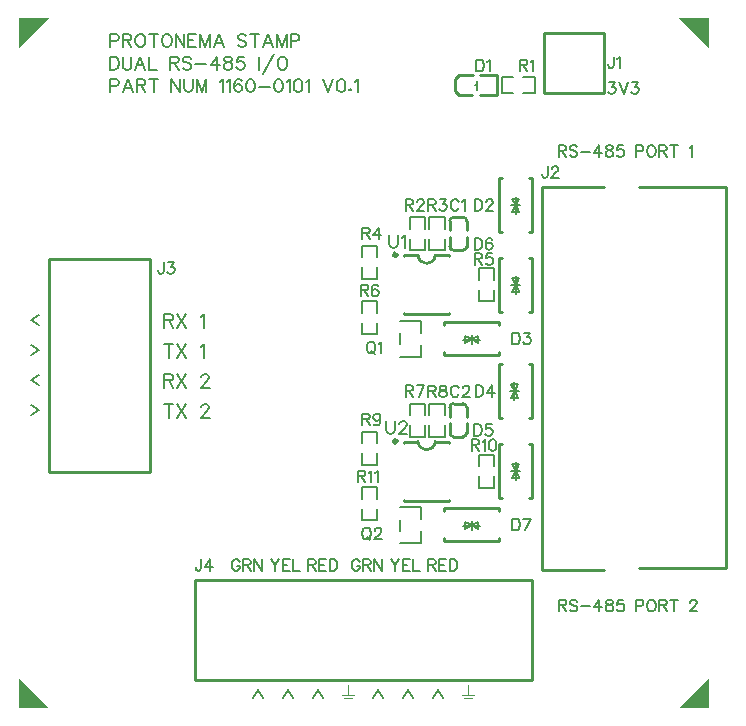
<source format=gto>
G04 Layer: TopSilkscreenLayer*
G04 Panelize: , Column: 2, Row: 2, Board Size: 58.42mm x 58.42mm, Panelized Board Size: 118.84mm x 118.84mm*
G04 EasyEDA v6.5.38, 2023-12-27 02:29:20*
G04 c8bedbd66dd74f4aa7d5f41e6d883f45,5a6b42c53f6a479593ecc07194224c93,10*
G04 Gerber Generator version 0.2*
G04 Scale: 100 percent, Rotated: No, Reflected: No *
G04 Dimensions in millimeters *
G04 leading zeros omitted , absolute positions ,4 integer and 5 decimal *
%FSLAX45Y45*%
%MOMM*%

%ADD10C,0.1524*%
%ADD11C,0.1270*%
%ADD12C,0.2540*%
%ADD13C,0.2030*%
%ADD14C,0.3000*%
%ADD15C,0.0155*%

%LPD*%
G36*
X2789682Y192278D02*
G01*
X2789682Y105156D01*
X2737104Y105156D01*
X2737104Y97028D01*
X2850896Y97028D01*
X2850896Y105156D01*
X2798318Y105156D01*
X2798318Y192278D01*
G37*
G36*
X2756662Y83566D02*
G01*
X2756662Y75438D01*
X2831338Y75438D01*
X2831338Y83566D01*
G37*
G36*
X2774442Y61722D02*
G01*
X2774442Y54102D01*
X2813558Y54102D01*
X2813558Y61722D01*
G37*
G36*
X3805682Y192278D02*
G01*
X3805682Y105156D01*
X3753104Y105156D01*
X3753104Y97028D01*
X3866896Y97028D01*
X3866896Y105156D01*
X3814318Y105156D01*
X3814318Y192278D01*
G37*
G36*
X3772662Y83566D02*
G01*
X3772662Y75438D01*
X3847337Y75438D01*
X3847337Y83566D01*
G37*
G36*
X3790442Y61722D02*
G01*
X3790442Y54102D01*
X3829558Y54102D01*
X3829558Y61722D01*
G37*
D10*
X774700Y5322315D02*
G01*
X774700Y5213350D01*
X774700Y5322315D02*
G01*
X821436Y5322315D01*
X836929Y5317236D01*
X842263Y5311902D01*
X847344Y5301487D01*
X847344Y5285994D01*
X842263Y5275579D01*
X836929Y5270500D01*
X821436Y5265165D01*
X774700Y5265165D01*
X923289Y5322315D02*
G01*
X881634Y5213350D01*
X923289Y5322315D02*
G01*
X964945Y5213350D01*
X897381Y5249671D02*
G01*
X949197Y5249671D01*
X999236Y5322315D02*
G01*
X999236Y5213350D01*
X999236Y5322315D02*
G01*
X1045971Y5322315D01*
X1061465Y5317236D01*
X1066800Y5311902D01*
X1071879Y5301487D01*
X1071879Y5291073D01*
X1066800Y5280660D01*
X1061465Y5275579D01*
X1045971Y5270500D01*
X999236Y5270500D01*
X1035557Y5270500D02*
G01*
X1071879Y5213350D01*
X1142492Y5322315D02*
G01*
X1142492Y5213350D01*
X1106170Y5322315D02*
G01*
X1178813Y5322315D01*
X1293113Y5322315D02*
G01*
X1293113Y5213350D01*
X1293113Y5322315D02*
G01*
X1366012Y5213350D01*
X1366012Y5322315D02*
G01*
X1366012Y5213350D01*
X1400302Y5322315D02*
G01*
X1400302Y5244337D01*
X1405381Y5228844D01*
X1415795Y5218429D01*
X1431289Y5213350D01*
X1441704Y5213350D01*
X1457452Y5218429D01*
X1467865Y5228844D01*
X1472945Y5244337D01*
X1472945Y5322315D01*
X1507236Y5322315D02*
G01*
X1507236Y5213350D01*
X1507236Y5322315D02*
G01*
X1548892Y5213350D01*
X1590294Y5322315D02*
G01*
X1548892Y5213350D01*
X1590294Y5322315D02*
G01*
X1590294Y5213350D01*
X1704594Y5301487D02*
G01*
X1715007Y5306821D01*
X1730755Y5322315D01*
X1730755Y5213350D01*
X1765045Y5301487D02*
G01*
X1775460Y5306821D01*
X1790954Y5322315D01*
X1790954Y5213350D01*
X1887473Y5306821D02*
G01*
X1882394Y5317236D01*
X1866900Y5322315D01*
X1856486Y5322315D01*
X1840737Y5317236D01*
X1830323Y5301487D01*
X1825244Y5275579D01*
X1825244Y5249671D01*
X1830323Y5228844D01*
X1840737Y5218429D01*
X1856486Y5213350D01*
X1861565Y5213350D01*
X1877060Y5218429D01*
X1887473Y5228844D01*
X1892807Y5244337D01*
X1892807Y5249671D01*
X1887473Y5265165D01*
X1877060Y5275579D01*
X1861565Y5280660D01*
X1856486Y5280660D01*
X1840737Y5275579D01*
X1830323Y5265165D01*
X1825244Y5249671D01*
X1958340Y5322315D02*
G01*
X1942591Y5317236D01*
X1932177Y5301487D01*
X1927097Y5275579D01*
X1927097Y5260086D01*
X1932177Y5233923D01*
X1942591Y5218429D01*
X1958340Y5213350D01*
X1968500Y5213350D01*
X1984247Y5218429D01*
X1994661Y5233923D01*
X1999741Y5260086D01*
X1999741Y5275579D01*
X1994661Y5301487D01*
X1984247Y5317236D01*
X1968500Y5322315D01*
X1958340Y5322315D01*
X2034031Y5260086D02*
G01*
X2127504Y5260086D01*
X2193036Y5322315D02*
G01*
X2177541Y5317236D01*
X2167127Y5301487D01*
X2161793Y5275579D01*
X2161793Y5260086D01*
X2167127Y5233923D01*
X2177541Y5218429D01*
X2193036Y5213350D01*
X2203450Y5213350D01*
X2218943Y5218429D01*
X2229358Y5233923D01*
X2234691Y5260086D01*
X2234691Y5275579D01*
X2229358Y5301487D01*
X2218943Y5317236D01*
X2203450Y5322315D01*
X2193036Y5322315D01*
X2268981Y5301487D02*
G01*
X2279395Y5306821D01*
X2294890Y5322315D01*
X2294890Y5213350D01*
X2360422Y5322315D02*
G01*
X2344674Y5317236D01*
X2334259Y5301487D01*
X2329179Y5275579D01*
X2329179Y5260086D01*
X2334259Y5233923D01*
X2344674Y5218429D01*
X2360422Y5213350D01*
X2370836Y5213350D01*
X2386329Y5218429D01*
X2396743Y5233923D01*
X2401824Y5260086D01*
X2401824Y5275579D01*
X2396743Y5301487D01*
X2386329Y5317236D01*
X2370836Y5322315D01*
X2360422Y5322315D01*
X2436113Y5301487D02*
G01*
X2446527Y5306821D01*
X2462275Y5322315D01*
X2462275Y5213350D01*
X2576575Y5322315D02*
G01*
X2617977Y5213350D01*
X2659634Y5322315D02*
G01*
X2617977Y5213350D01*
X2725165Y5322315D02*
G01*
X2709418Y5317236D01*
X2699004Y5301487D01*
X2693924Y5275579D01*
X2693924Y5260086D01*
X2699004Y5233923D01*
X2709418Y5218429D01*
X2725165Y5213350D01*
X2735579Y5213350D01*
X2751074Y5218429D01*
X2761488Y5233923D01*
X2766568Y5260086D01*
X2766568Y5275579D01*
X2761488Y5301487D01*
X2751074Y5317236D01*
X2735579Y5322315D01*
X2725165Y5322315D01*
X2806191Y5239257D02*
G01*
X2800858Y5233923D01*
X2806191Y5228844D01*
X2811272Y5233923D01*
X2806191Y5239257D01*
X2845561Y5301487D02*
G01*
X2855975Y5306821D01*
X2871470Y5322315D01*
X2871470Y5213350D01*
X774700Y5512815D02*
G01*
X774700Y5403850D01*
X774700Y5512815D02*
G01*
X811021Y5512815D01*
X826770Y5507736D01*
X836929Y5497321D01*
X842263Y5486907D01*
X847344Y5471160D01*
X847344Y5445252D01*
X842263Y5429757D01*
X836929Y5419344D01*
X826770Y5408929D01*
X811021Y5403850D01*
X774700Y5403850D01*
X881634Y5512815D02*
G01*
X881634Y5434837D01*
X886968Y5419344D01*
X897381Y5408929D01*
X912876Y5403850D01*
X923289Y5403850D01*
X938784Y5408929D01*
X949197Y5419344D01*
X954531Y5434837D01*
X954531Y5512815D01*
X1030223Y5512815D02*
G01*
X988821Y5403850D01*
X1030223Y5512815D02*
G01*
X1071879Y5403850D01*
X1004315Y5440171D02*
G01*
X1056386Y5440171D01*
X1106170Y5512815D02*
G01*
X1106170Y5403850D01*
X1106170Y5403850D02*
G01*
X1168400Y5403850D01*
X1282700Y5512815D02*
G01*
X1282700Y5403850D01*
X1282700Y5512815D02*
G01*
X1329689Y5512815D01*
X1345184Y5507736D01*
X1350263Y5502402D01*
X1355597Y5491987D01*
X1355597Y5481573D01*
X1350263Y5471160D01*
X1345184Y5466079D01*
X1329689Y5461000D01*
X1282700Y5461000D01*
X1319276Y5461000D02*
G01*
X1355597Y5403850D01*
X1462531Y5497321D02*
G01*
X1452118Y5507736D01*
X1436623Y5512815D01*
X1415795Y5512815D01*
X1400302Y5507736D01*
X1389887Y5497321D01*
X1389887Y5486907D01*
X1394968Y5476494D01*
X1400302Y5471160D01*
X1410715Y5466079D01*
X1441704Y5455665D01*
X1452118Y5450586D01*
X1457452Y5445252D01*
X1462531Y5434837D01*
X1462531Y5419344D01*
X1452118Y5408929D01*
X1436623Y5403850D01*
X1415795Y5403850D01*
X1400302Y5408929D01*
X1389887Y5419344D01*
X1496821Y5450586D02*
G01*
X1590294Y5450586D01*
X1676654Y5512815D02*
G01*
X1624584Y5440171D01*
X1702562Y5440171D01*
X1676654Y5512815D02*
G01*
X1676654Y5403850D01*
X1762760Y5512815D02*
G01*
X1747265Y5507736D01*
X1742186Y5497321D01*
X1742186Y5486907D01*
X1747265Y5476494D01*
X1757679Y5471160D01*
X1778507Y5466079D01*
X1794002Y5461000D01*
X1804415Y5450586D01*
X1809750Y5440171D01*
X1809750Y5424423D01*
X1804415Y5414010D01*
X1799336Y5408929D01*
X1783587Y5403850D01*
X1762760Y5403850D01*
X1747265Y5408929D01*
X1742186Y5414010D01*
X1736852Y5424423D01*
X1736852Y5440171D01*
X1742186Y5450586D01*
X1752600Y5461000D01*
X1768094Y5466079D01*
X1788921Y5471160D01*
X1799336Y5476494D01*
X1804415Y5486907D01*
X1804415Y5497321D01*
X1799336Y5507736D01*
X1783587Y5512815D01*
X1762760Y5512815D01*
X1906270Y5512815D02*
G01*
X1854200Y5512815D01*
X1849120Y5466079D01*
X1854200Y5471160D01*
X1869947Y5476494D01*
X1885442Y5476494D01*
X1901189Y5471160D01*
X1911350Y5461000D01*
X1916684Y5445252D01*
X1916684Y5434837D01*
X1911350Y5419344D01*
X1901189Y5408929D01*
X1885442Y5403850D01*
X1869947Y5403850D01*
X1854200Y5408929D01*
X1849120Y5414010D01*
X1844039Y5424423D01*
X2030984Y5512815D02*
G01*
X2030984Y5403850D01*
X2158745Y5533644D02*
G01*
X2065274Y5367273D01*
X2224277Y5512815D02*
G01*
X2213863Y5507736D01*
X2203450Y5497321D01*
X2198370Y5486907D01*
X2193036Y5471160D01*
X2193036Y5445252D01*
X2198370Y5429757D01*
X2203450Y5419344D01*
X2213863Y5408929D01*
X2224277Y5403850D01*
X2245106Y5403850D01*
X2255520Y5408929D01*
X2265679Y5419344D01*
X2271013Y5429757D01*
X2276093Y5445252D01*
X2276093Y5471160D01*
X2271013Y5486907D01*
X2265679Y5497321D01*
X2255520Y5507736D01*
X2245106Y5512815D01*
X2224277Y5512815D01*
X774700Y5703315D02*
G01*
X774700Y5594350D01*
X774700Y5703315D02*
G01*
X821436Y5703315D01*
X836929Y5698236D01*
X842263Y5692902D01*
X847344Y5682487D01*
X847344Y5666994D01*
X842263Y5656579D01*
X836929Y5651500D01*
X821436Y5646165D01*
X774700Y5646165D01*
X881634Y5703315D02*
G01*
X881634Y5594350D01*
X881634Y5703315D02*
G01*
X928370Y5703315D01*
X944118Y5698236D01*
X949197Y5692902D01*
X954531Y5682487D01*
X954531Y5672073D01*
X949197Y5661660D01*
X944118Y5656579D01*
X928370Y5651500D01*
X881634Y5651500D01*
X918210Y5651500D02*
G01*
X954531Y5594350D01*
X1019810Y5703315D02*
G01*
X1009650Y5698236D01*
X999236Y5687821D01*
X993902Y5677407D01*
X988821Y5661660D01*
X988821Y5635752D01*
X993902Y5620257D01*
X999236Y5609844D01*
X1009650Y5599429D01*
X1019810Y5594350D01*
X1040637Y5594350D01*
X1051052Y5599429D01*
X1061465Y5609844D01*
X1066800Y5620257D01*
X1071879Y5635752D01*
X1071879Y5661660D01*
X1066800Y5677407D01*
X1061465Y5687821D01*
X1051052Y5698236D01*
X1040637Y5703315D01*
X1019810Y5703315D01*
X1142492Y5703315D02*
G01*
X1142492Y5594350D01*
X1106170Y5703315D02*
G01*
X1178813Y5703315D01*
X1244345Y5703315D02*
G01*
X1233931Y5698236D01*
X1223518Y5687821D01*
X1218437Y5677407D01*
X1213104Y5661660D01*
X1213104Y5635752D01*
X1218437Y5620257D01*
X1223518Y5609844D01*
X1233931Y5599429D01*
X1244345Y5594350D01*
X1265173Y5594350D01*
X1275587Y5599429D01*
X1286002Y5609844D01*
X1291081Y5620257D01*
X1296415Y5635752D01*
X1296415Y5661660D01*
X1291081Y5677407D01*
X1286002Y5687821D01*
X1275587Y5698236D01*
X1265173Y5703315D01*
X1244345Y5703315D01*
X1330705Y5703315D02*
G01*
X1330705Y5594350D01*
X1330705Y5703315D02*
G01*
X1403350Y5594350D01*
X1403350Y5703315D02*
G01*
X1403350Y5594350D01*
X1437639Y5703315D02*
G01*
X1437639Y5594350D01*
X1437639Y5703315D02*
G01*
X1505204Y5703315D01*
X1437639Y5651500D02*
G01*
X1479295Y5651500D01*
X1437639Y5594350D02*
G01*
X1505204Y5594350D01*
X1539494Y5703315D02*
G01*
X1539494Y5594350D01*
X1539494Y5703315D02*
G01*
X1581150Y5594350D01*
X1622552Y5703315D02*
G01*
X1581150Y5594350D01*
X1622552Y5703315D02*
G01*
X1622552Y5594350D01*
X1698497Y5703315D02*
G01*
X1656842Y5594350D01*
X1698497Y5703315D02*
G01*
X1739900Y5594350D01*
X1672589Y5630671D02*
G01*
X1724405Y5630671D01*
X1927097Y5687821D02*
G01*
X1916684Y5698236D01*
X1901189Y5703315D01*
X1880362Y5703315D01*
X1864613Y5698236D01*
X1854200Y5687821D01*
X1854200Y5677407D01*
X1859534Y5666994D01*
X1864613Y5661660D01*
X1875028Y5656579D01*
X1906270Y5646165D01*
X1916684Y5641086D01*
X1921763Y5635752D01*
X1927097Y5625337D01*
X1927097Y5609844D01*
X1916684Y5599429D01*
X1901189Y5594350D01*
X1880362Y5594350D01*
X1864613Y5599429D01*
X1854200Y5609844D01*
X1997709Y5703315D02*
G01*
X1997709Y5594350D01*
X1961388Y5703315D02*
G01*
X2034031Y5703315D01*
X2109977Y5703315D02*
G01*
X2068322Y5594350D01*
X2109977Y5703315D02*
G01*
X2151379Y5594350D01*
X2084070Y5630671D02*
G01*
X2135886Y5630671D01*
X2185670Y5703315D02*
G01*
X2185670Y5594350D01*
X2185670Y5703315D02*
G01*
X2227325Y5594350D01*
X2268981Y5703315D02*
G01*
X2227325Y5594350D01*
X2268981Y5703315D02*
G01*
X2268981Y5594350D01*
X2303272Y5703315D02*
G01*
X2303272Y5594350D01*
X2303272Y5703315D02*
G01*
X2350008Y5703315D01*
X2365502Y5698236D01*
X2370836Y5692902D01*
X2375915Y5682487D01*
X2375915Y5666994D01*
X2370836Y5656579D01*
X2365502Y5651500D01*
X2350008Y5646165D01*
X2303272Y5646165D01*
X4571974Y4761336D02*
G01*
X4571974Y4665832D01*
X4571974Y4761336D02*
G01*
X4612868Y4761336D01*
X4626584Y4756764D01*
X4631156Y4752192D01*
X4635728Y4743048D01*
X4635728Y4733904D01*
X4631156Y4725014D01*
X4626584Y4720442D01*
X4612868Y4715870D01*
X4571974Y4715870D01*
X4603724Y4715870D02*
G01*
X4635728Y4665832D01*
X4729200Y4747620D02*
G01*
X4720056Y4756764D01*
X4706594Y4761336D01*
X4688306Y4761336D01*
X4674844Y4756764D01*
X4665700Y4747620D01*
X4665700Y4738476D01*
X4670272Y4729586D01*
X4674844Y4725014D01*
X4683734Y4720442D01*
X4711166Y4711298D01*
X4720056Y4706726D01*
X4724628Y4702154D01*
X4729200Y4693010D01*
X4729200Y4679548D01*
X4720056Y4670404D01*
X4706594Y4665832D01*
X4688306Y4665832D01*
X4674844Y4670404D01*
X4665700Y4679548D01*
X4759172Y4706726D02*
G01*
X4841214Y4706726D01*
X4916652Y4761336D02*
G01*
X4871186Y4697582D01*
X4939258Y4697582D01*
X4916652Y4761336D02*
G01*
X4916652Y4665832D01*
X4992090Y4761336D02*
G01*
X4978374Y4756764D01*
X4973802Y4747620D01*
X4973802Y4738476D01*
X4978374Y4729586D01*
X4987518Y4725014D01*
X5005552Y4720442D01*
X5019268Y4715870D01*
X5028412Y4706726D01*
X5032984Y4697582D01*
X5032984Y4684120D01*
X5028412Y4674976D01*
X5023840Y4670404D01*
X5010124Y4665832D01*
X4992090Y4665832D01*
X4978374Y4670404D01*
X4973802Y4674976D01*
X4969230Y4684120D01*
X4969230Y4697582D01*
X4973802Y4706726D01*
X4982946Y4715870D01*
X4996662Y4720442D01*
X5014696Y4725014D01*
X5023840Y4729586D01*
X5028412Y4738476D01*
X5028412Y4747620D01*
X5023840Y4756764D01*
X5010124Y4761336D01*
X4992090Y4761336D01*
X5117566Y4761336D02*
G01*
X5072100Y4761336D01*
X5067528Y4720442D01*
X5072100Y4725014D01*
X5085562Y4729586D01*
X5099278Y4729586D01*
X5112994Y4725014D01*
X5121884Y4715870D01*
X5126456Y4702154D01*
X5126456Y4693010D01*
X5121884Y4679548D01*
X5112994Y4670404D01*
X5099278Y4665832D01*
X5085562Y4665832D01*
X5072100Y4670404D01*
X5067528Y4674976D01*
X5062956Y4684120D01*
X5226532Y4761336D02*
G01*
X5226532Y4665832D01*
X5226532Y4761336D02*
G01*
X5267426Y4761336D01*
X5281142Y4756764D01*
X5285714Y4752192D01*
X5290286Y4743048D01*
X5290286Y4729586D01*
X5285714Y4720442D01*
X5281142Y4715870D01*
X5267426Y4711298D01*
X5226532Y4711298D01*
X5347436Y4761336D02*
G01*
X5338292Y4756764D01*
X5329148Y4747620D01*
X5324830Y4738476D01*
X5320258Y4725014D01*
X5320258Y4702154D01*
X5324830Y4688438D01*
X5329148Y4679548D01*
X5338292Y4670404D01*
X5347436Y4665832D01*
X5365724Y4665832D01*
X5374614Y4670404D01*
X5383758Y4679548D01*
X5388330Y4688438D01*
X5392902Y4702154D01*
X5392902Y4725014D01*
X5388330Y4738476D01*
X5383758Y4747620D01*
X5374614Y4756764D01*
X5365724Y4761336D01*
X5347436Y4761336D01*
X5422874Y4761336D02*
G01*
X5422874Y4665832D01*
X5422874Y4761336D02*
G01*
X5463768Y4761336D01*
X5477484Y4756764D01*
X5482056Y4752192D01*
X5486628Y4743048D01*
X5486628Y4733904D01*
X5482056Y4725014D01*
X5477484Y4720442D01*
X5463768Y4715870D01*
X5422874Y4715870D01*
X5454624Y4715870D02*
G01*
X5486628Y4665832D01*
X5548350Y4761336D02*
G01*
X5548350Y4665832D01*
X5516600Y4761336D02*
G01*
X5580100Y4761336D01*
X5680176Y4743048D02*
G01*
X5689320Y4747620D01*
X5702782Y4761336D01*
X5702782Y4665832D01*
X2451100Y1256537D02*
G01*
X2451100Y1161034D01*
X2451100Y1256537D02*
G01*
X2491993Y1256537D01*
X2505709Y1251965D01*
X2510281Y1247394D01*
X2514854Y1238504D01*
X2514854Y1229360D01*
X2510281Y1220215D01*
X2505709Y1215644D01*
X2491993Y1211071D01*
X2451100Y1211071D01*
X2482850Y1211071D02*
G01*
X2514854Y1161034D01*
X2544825Y1256537D02*
G01*
X2544825Y1161034D01*
X2544825Y1256537D02*
G01*
X2603754Y1256537D01*
X2544825Y1211071D02*
G01*
X2581147Y1211071D01*
X2544825Y1161034D02*
G01*
X2603754Y1161034D01*
X2633725Y1256537D02*
G01*
X2633725Y1161034D01*
X2633725Y1256537D02*
G01*
X2665729Y1256537D01*
X2679191Y1251965D01*
X2688336Y1243076D01*
X2692908Y1233931D01*
X2697479Y1220215D01*
X2697479Y1197610D01*
X2692908Y1183894D01*
X2688336Y1174750D01*
X2679191Y1165605D01*
X2665729Y1161034D01*
X2633725Y1161034D01*
X2133600Y1256537D02*
G01*
X2169922Y1211071D01*
X2169922Y1161034D01*
X2206243Y1256537D02*
G01*
X2169922Y1211071D01*
X2236215Y1256537D02*
G01*
X2236215Y1161034D01*
X2236215Y1256537D02*
G01*
X2295397Y1256537D01*
X2236215Y1211071D02*
G01*
X2272791Y1211071D01*
X2236215Y1161034D02*
G01*
X2295397Y1161034D01*
X2325370Y1256537D02*
G01*
X2325370Y1161034D01*
X2325370Y1161034D02*
G01*
X2379979Y1161034D01*
X1871471Y1233931D02*
G01*
X1867154Y1243076D01*
X1858010Y1251965D01*
X1848865Y1256537D01*
X1830578Y1256537D01*
X1821687Y1251965D01*
X1812544Y1243076D01*
X1807971Y1233931D01*
X1803400Y1220215D01*
X1803400Y1197610D01*
X1807971Y1183894D01*
X1812544Y1174750D01*
X1821687Y1165605D01*
X1830578Y1161034D01*
X1848865Y1161034D01*
X1858010Y1165605D01*
X1867154Y1174750D01*
X1871471Y1183894D01*
X1871471Y1197610D01*
X1848865Y1197610D02*
G01*
X1871471Y1197610D01*
X1901697Y1256537D02*
G01*
X1901697Y1161034D01*
X1901697Y1256537D02*
G01*
X1942591Y1256537D01*
X1956054Y1251965D01*
X1960625Y1247394D01*
X1965197Y1238504D01*
X1965197Y1229360D01*
X1960625Y1220215D01*
X1956054Y1215644D01*
X1942591Y1211071D01*
X1901697Y1211071D01*
X1933447Y1211071D02*
G01*
X1965197Y1161034D01*
X1995170Y1256537D02*
G01*
X1995170Y1161034D01*
X1995170Y1256537D02*
G01*
X2058924Y1161034D01*
X2058924Y1256537D02*
G01*
X2058924Y1161034D01*
X5000243Y5295137D02*
G01*
X5050281Y5295137D01*
X5022850Y5258815D01*
X5036565Y5258815D01*
X5045709Y5254244D01*
X5050281Y5249671D01*
X5054854Y5236210D01*
X5054854Y5227065D01*
X5050281Y5213350D01*
X5041138Y5204205D01*
X5027422Y5199634D01*
X5013706Y5199634D01*
X5000243Y5204205D01*
X4995672Y5208778D01*
X4991100Y5217921D01*
X5084825Y5295137D02*
G01*
X5121147Y5199634D01*
X5157470Y5295137D02*
G01*
X5121147Y5199634D01*
X5196586Y5295137D02*
G01*
X5246624Y5295137D01*
X5219191Y5258815D01*
X5232908Y5258815D01*
X5242052Y5254244D01*
X5246624Y5249671D01*
X5251195Y5236210D01*
X5251195Y5227065D01*
X5246624Y5213350D01*
X5237479Y5204205D01*
X5223763Y5199634D01*
X5210302Y5199634D01*
X5196586Y5204205D01*
X5192013Y5208778D01*
X5187441Y5217921D01*
X5036565Y5511037D02*
G01*
X5036565Y5438394D01*
X5031993Y5424678D01*
X5027422Y5420105D01*
X5018277Y5415534D01*
X5009388Y5415534D01*
X5000243Y5420105D01*
X4995672Y5424678D01*
X4991100Y5438394D01*
X4991100Y5447537D01*
X5066538Y5493004D02*
G01*
X5075681Y5497576D01*
X5089397Y5511037D01*
X5089397Y5415534D01*
X1231900Y3334257D02*
G01*
X1231900Y3219704D01*
X1231900Y3334257D02*
G01*
X1280921Y3334257D01*
X1297431Y3328670D01*
X1302765Y3323336D01*
X1308354Y3312413D01*
X1308354Y3301492D01*
X1302765Y3290570D01*
X1297431Y3284981D01*
X1280921Y3279647D01*
X1231900Y3279647D01*
X1270000Y3279647D02*
G01*
X1308354Y3219704D01*
X1344168Y3334257D02*
G01*
X1420621Y3219704D01*
X1420621Y3334257D02*
G01*
X1344168Y3219704D01*
X1540510Y3312413D02*
G01*
X1551431Y3317747D01*
X1567942Y3334257D01*
X1567942Y3219704D01*
X1226565Y3771137D02*
G01*
X1226565Y3698494D01*
X1221994Y3684778D01*
X1217421Y3680205D01*
X1208278Y3675634D01*
X1199387Y3675634D01*
X1190244Y3680205D01*
X1185671Y3684778D01*
X1181100Y3698494D01*
X1181100Y3707637D01*
X1265681Y3771137D02*
G01*
X1315720Y3771137D01*
X1288287Y3734815D01*
X1302004Y3734815D01*
X1311147Y3730244D01*
X1315720Y3725671D01*
X1320292Y3712210D01*
X1320292Y3703065D01*
X1315720Y3689350D01*
X1306576Y3680205D01*
X1292860Y3675634D01*
X1279397Y3675634D01*
X1265681Y3680205D01*
X1261110Y3684778D01*
X1256537Y3693921D01*
X101600Y2563368D02*
G01*
X174244Y2522473D01*
X101600Y2481326D01*
X174244Y3325368D02*
G01*
X101600Y3284473D01*
X174244Y3243326D01*
X1270000Y3080257D02*
G01*
X1270000Y2965704D01*
X1231900Y3080257D02*
G01*
X1308354Y3080257D01*
X1344168Y3080257D02*
G01*
X1420621Y2965704D01*
X1420621Y3080257D02*
G01*
X1344168Y2965704D01*
X1540510Y3058413D02*
G01*
X1551431Y3063747D01*
X1567942Y3080257D01*
X1567942Y2965704D01*
X1231900Y2826257D02*
G01*
X1231900Y2711704D01*
X1231900Y2826257D02*
G01*
X1280921Y2826257D01*
X1297431Y2820670D01*
X1302765Y2815336D01*
X1308354Y2804413D01*
X1308354Y2793492D01*
X1302765Y2782570D01*
X1297431Y2776981D01*
X1280921Y2771647D01*
X1231900Y2771647D01*
X1270000Y2771647D02*
G01*
X1308354Y2711704D01*
X1344168Y2826257D02*
G01*
X1420621Y2711704D01*
X1420621Y2826257D02*
G01*
X1344168Y2711704D01*
X1546097Y2798826D02*
G01*
X1546097Y2804413D01*
X1551431Y2815336D01*
X1557020Y2820670D01*
X1567942Y2826257D01*
X1589786Y2826257D01*
X1600707Y2820670D01*
X1606042Y2815336D01*
X1611629Y2804413D01*
X1611629Y2793492D01*
X1606042Y2782570D01*
X1595120Y2766313D01*
X1540510Y2711704D01*
X1616963Y2711704D01*
X1270000Y2572257D02*
G01*
X1270000Y2457704D01*
X1231900Y2572257D02*
G01*
X1308354Y2572257D01*
X1344168Y2572257D02*
G01*
X1420621Y2457704D01*
X1420621Y2572257D02*
G01*
X1344168Y2457704D01*
X1546097Y2544826D02*
G01*
X1546097Y2550413D01*
X1551431Y2561336D01*
X1557020Y2566670D01*
X1567942Y2572257D01*
X1589786Y2572257D01*
X1600707Y2566670D01*
X1606042Y2561336D01*
X1611629Y2550413D01*
X1611629Y2539492D01*
X1606042Y2528570D01*
X1595120Y2512313D01*
X1540510Y2457704D01*
X1616963Y2457704D01*
X174244Y2817368D02*
G01*
X101600Y2776473D01*
X174244Y2735326D01*
X101600Y3071368D02*
G01*
X174244Y3030473D01*
X101600Y2989326D01*
X4572000Y913107D02*
G01*
X4572000Y817603D01*
X4572000Y913107D02*
G01*
X4612893Y913107D01*
X4626609Y908535D01*
X4631181Y903963D01*
X4635754Y895073D01*
X4635754Y885929D01*
X4631181Y876785D01*
X4626609Y872213D01*
X4612893Y867641D01*
X4572000Y867641D01*
X4603750Y867641D02*
G01*
X4635754Y817603D01*
X4729225Y899645D02*
G01*
X4720081Y908535D01*
X4706620Y913107D01*
X4688331Y913107D01*
X4674615Y908535D01*
X4665725Y899645D01*
X4665725Y890501D01*
X4670297Y881357D01*
X4674615Y876785D01*
X4683759Y872213D01*
X4711191Y863069D01*
X4720081Y858751D01*
X4724654Y854179D01*
X4729225Y845035D01*
X4729225Y831319D01*
X4720081Y822175D01*
X4706620Y817603D01*
X4688331Y817603D01*
X4674615Y822175D01*
X4665725Y831319D01*
X4759197Y858751D02*
G01*
X4840986Y858751D01*
X4916424Y913107D02*
G01*
X4871211Y849607D01*
X4939284Y849607D01*
X4916424Y913107D02*
G01*
X4916424Y817603D01*
X4992115Y913107D02*
G01*
X4978400Y908535D01*
X4973827Y899645D01*
X4973827Y890501D01*
X4978400Y881357D01*
X4987543Y876785D01*
X5005577Y872213D01*
X5019293Y867641D01*
X5028438Y858751D01*
X5033009Y849607D01*
X5033009Y835891D01*
X5028438Y826747D01*
X5023865Y822175D01*
X5010150Y817603D01*
X4992115Y817603D01*
X4978400Y822175D01*
X4973827Y826747D01*
X4969256Y835891D01*
X4969256Y849607D01*
X4973827Y858751D01*
X4982972Y867641D01*
X4996434Y872213D01*
X5014722Y876785D01*
X5023865Y881357D01*
X5028438Y890501D01*
X5028438Y899645D01*
X5023865Y908535D01*
X5010150Y913107D01*
X4992115Y913107D01*
X5117338Y913107D02*
G01*
X5072125Y913107D01*
X5067554Y872213D01*
X5072125Y876785D01*
X5085588Y881357D01*
X5099304Y881357D01*
X5113020Y876785D01*
X5121909Y867641D01*
X5126481Y854179D01*
X5126481Y845035D01*
X5121909Y831319D01*
X5113020Y822175D01*
X5099304Y817603D01*
X5085588Y817603D01*
X5072125Y822175D01*
X5067554Y826747D01*
X5062981Y835891D01*
X5226558Y913107D02*
G01*
X5226558Y817603D01*
X5226558Y913107D02*
G01*
X5267452Y913107D01*
X5281168Y908535D01*
X5285740Y903963D01*
X5290058Y895073D01*
X5290058Y881357D01*
X5285740Y872213D01*
X5281168Y867641D01*
X5267452Y863069D01*
X5226558Y863069D01*
X5347461Y913107D02*
G01*
X5338318Y908535D01*
X5329174Y899645D01*
X5324602Y890501D01*
X5320284Y876785D01*
X5320284Y854179D01*
X5324602Y840463D01*
X5329174Y831319D01*
X5338318Y822175D01*
X5347461Y817603D01*
X5365750Y817603D01*
X5374640Y822175D01*
X5383784Y831319D01*
X5388356Y840463D01*
X5392927Y854179D01*
X5392927Y876785D01*
X5388356Y890501D01*
X5383784Y899645D01*
X5374640Y908535D01*
X5365750Y913107D01*
X5347461Y913107D01*
X5422900Y913107D02*
G01*
X5422900Y817603D01*
X5422900Y913107D02*
G01*
X5463793Y913107D01*
X5477509Y908535D01*
X5482081Y903963D01*
X5486654Y895073D01*
X5486654Y885929D01*
X5482081Y876785D01*
X5477509Y872213D01*
X5463793Y867641D01*
X5422900Y867641D01*
X5454650Y867641D02*
G01*
X5486654Y817603D01*
X5548375Y913107D02*
G01*
X5548375Y817603D01*
X5516625Y913107D02*
G01*
X5580125Y913107D01*
X5684774Y890501D02*
G01*
X5684774Y895073D01*
X5689345Y903963D01*
X5693918Y908535D01*
X5702808Y913107D01*
X5721095Y913107D01*
X5730240Y908535D01*
X5734811Y903963D01*
X5739384Y895073D01*
X5739384Y885929D01*
X5734811Y876785D01*
X5725668Y863069D01*
X5680202Y817603D01*
X5743702Y817603D01*
X3592575Y79755D02*
G01*
X3551681Y152400D01*
X3510534Y79755D01*
X3338575Y79755D02*
G01*
X3297681Y152400D01*
X3256534Y79755D01*
X3084575Y79755D02*
G01*
X3043681Y152400D01*
X3002534Y79755D01*
X2576575Y79755D02*
G01*
X2535681Y152400D01*
X2494534Y79755D01*
X2322575Y79755D02*
G01*
X2281681Y152400D01*
X2240534Y79755D01*
X1544065Y1256537D02*
G01*
X1544065Y1183894D01*
X1539494Y1170178D01*
X1534921Y1165605D01*
X1525778Y1161034D01*
X1516887Y1161034D01*
X1507744Y1165605D01*
X1503171Y1170178D01*
X1498600Y1183894D01*
X1498600Y1193037D01*
X1619504Y1256537D02*
G01*
X1574037Y1193037D01*
X1642110Y1193037D01*
X1619504Y1256537D02*
G01*
X1619504Y1161034D01*
X2068575Y79755D02*
G01*
X2027681Y152400D01*
X1986534Y79755D01*
X3149600Y1256537D02*
G01*
X3185922Y1211071D01*
X3185922Y1161034D01*
X3222243Y1256537D02*
G01*
X3185922Y1211071D01*
X3252215Y1256537D02*
G01*
X3252215Y1161034D01*
X3252215Y1256537D02*
G01*
X3311397Y1256537D01*
X3252215Y1211071D02*
G01*
X3288791Y1211071D01*
X3252215Y1161034D02*
G01*
X3311397Y1161034D01*
X3341370Y1256537D02*
G01*
X3341370Y1161034D01*
X3341370Y1161034D02*
G01*
X3395979Y1161034D01*
X2887472Y1233931D02*
G01*
X2883154Y1243076D01*
X2874009Y1251965D01*
X2864865Y1256537D01*
X2846577Y1256537D01*
X2837688Y1251965D01*
X2828543Y1243076D01*
X2823972Y1233931D01*
X2819400Y1220215D01*
X2819400Y1197610D01*
X2823972Y1183894D01*
X2828543Y1174750D01*
X2837688Y1165605D01*
X2846577Y1161034D01*
X2864865Y1161034D01*
X2874009Y1165605D01*
X2883154Y1174750D01*
X2887472Y1183894D01*
X2887472Y1197610D01*
X2864865Y1197610D02*
G01*
X2887472Y1197610D01*
X2917697Y1256537D02*
G01*
X2917697Y1161034D01*
X2917697Y1256537D02*
G01*
X2958591Y1256537D01*
X2972054Y1251965D01*
X2976625Y1247394D01*
X2981197Y1238504D01*
X2981197Y1229360D01*
X2976625Y1220215D01*
X2972054Y1215644D01*
X2958591Y1211071D01*
X2917697Y1211071D01*
X2949447Y1211071D02*
G01*
X2981197Y1161034D01*
X3011170Y1256537D02*
G01*
X3011170Y1161034D01*
X3011170Y1256537D02*
G01*
X3074924Y1161034D01*
X3074924Y1256537D02*
G01*
X3074924Y1161034D01*
X3467100Y1256537D02*
G01*
X3467100Y1161034D01*
X3467100Y1256537D02*
G01*
X3507993Y1256537D01*
X3521709Y1251965D01*
X3526281Y1247394D01*
X3530854Y1238504D01*
X3530854Y1229360D01*
X3526281Y1220215D01*
X3521709Y1215644D01*
X3507993Y1211071D01*
X3467100Y1211071D01*
X3498850Y1211071D02*
G01*
X3530854Y1161034D01*
X3560825Y1256537D02*
G01*
X3560825Y1161034D01*
X3560825Y1256537D02*
G01*
X3619754Y1256537D01*
X3560825Y1211071D02*
G01*
X3597147Y1211071D01*
X3560825Y1161034D02*
G01*
X3619754Y1161034D01*
X3649725Y1256537D02*
G01*
X3649725Y1161034D01*
X3649725Y1256537D02*
G01*
X3681729Y1256537D01*
X3695191Y1251965D01*
X3704336Y1243076D01*
X3708908Y1233931D01*
X3713479Y1220215D01*
X3713479Y1197610D01*
X3708908Y1183894D01*
X3704336Y1174750D01*
X3695191Y1165605D01*
X3681729Y1161034D01*
X3649725Y1161034D01*
X3467100Y4304537D02*
G01*
X3467100Y4209034D01*
X3467100Y4304537D02*
G01*
X3507993Y4304537D01*
X3521709Y4299965D01*
X3526281Y4295394D01*
X3530854Y4286504D01*
X3530854Y4277360D01*
X3526281Y4268215D01*
X3521709Y4263644D01*
X3507993Y4259071D01*
X3467100Y4259071D01*
X3498850Y4259071D02*
G01*
X3530854Y4209034D01*
X3569715Y4304537D02*
G01*
X3619754Y4304537D01*
X3592575Y4268215D01*
X3606291Y4268215D01*
X3615181Y4263644D01*
X3619754Y4259071D01*
X3624325Y4245610D01*
X3624325Y4236465D01*
X3619754Y4222750D01*
X3610609Y4213605D01*
X3597147Y4209034D01*
X3583431Y4209034D01*
X3569715Y4213605D01*
X3565397Y4218178D01*
X3560825Y4227321D01*
X3276600Y4304537D02*
G01*
X3276600Y4209034D01*
X3276600Y4304537D02*
G01*
X3317493Y4304537D01*
X3331209Y4299965D01*
X3335781Y4295394D01*
X3340354Y4286504D01*
X3340354Y4277360D01*
X3335781Y4268215D01*
X3331209Y4263644D01*
X3317493Y4259071D01*
X3276600Y4259071D01*
X3308350Y4259071D02*
G01*
X3340354Y4209034D01*
X3374897Y4281931D02*
G01*
X3374897Y4286504D01*
X3379215Y4295394D01*
X3383788Y4299965D01*
X3392931Y4304537D01*
X3411220Y4304537D01*
X3420109Y4299965D01*
X3424681Y4295394D01*
X3429254Y4286504D01*
X3429254Y4277360D01*
X3424681Y4268215D01*
X3415791Y4254500D01*
X3370325Y4209034D01*
X3433825Y4209034D01*
X3856990Y2399537D02*
G01*
X3856990Y2304034D01*
X3856990Y2399537D02*
G01*
X3888740Y2399537D01*
X3902456Y2394965D01*
X3911600Y2386076D01*
X3916172Y2376931D01*
X3920743Y2363215D01*
X3920743Y2340610D01*
X3916172Y2326894D01*
X3911600Y2317750D01*
X3902456Y2308605D01*
X3888740Y2304034D01*
X3856990Y2304034D01*
X4005072Y2399537D02*
G01*
X3959606Y2399537D01*
X3955288Y2358644D01*
X3959606Y2363215D01*
X3973322Y2367787D01*
X3987038Y2367787D01*
X4000500Y2363215D01*
X4009643Y2354071D01*
X4014215Y2340610D01*
X4014215Y2331465D01*
X4009643Y2317750D01*
X4000500Y2308605D01*
X3987038Y2304034D01*
X3973322Y2304034D01*
X3959606Y2308605D01*
X3955288Y2313178D01*
X3950715Y2322321D01*
X3869690Y2729737D02*
G01*
X3869690Y2634234D01*
X3869690Y2729737D02*
G01*
X3901440Y2729737D01*
X3915156Y2725165D01*
X3924300Y2716276D01*
X3928872Y2707131D01*
X3933443Y2693415D01*
X3933443Y2670810D01*
X3928872Y2657094D01*
X3924300Y2647950D01*
X3915156Y2638805D01*
X3901440Y2634234D01*
X3869690Y2634234D01*
X4008881Y2729737D02*
G01*
X3963415Y2666237D01*
X4031488Y2666237D01*
X4008881Y2729737D02*
G01*
X4008881Y2634234D01*
X4178300Y3174237D02*
G01*
X4178300Y3078734D01*
X4178300Y3174237D02*
G01*
X4210050Y3174237D01*
X4223765Y3169665D01*
X4232909Y3160776D01*
X4237481Y3151631D01*
X4242054Y3137915D01*
X4242054Y3115310D01*
X4237481Y3101594D01*
X4232909Y3092450D01*
X4223765Y3083305D01*
X4210050Y3078734D01*
X4178300Y3078734D01*
X4280915Y3174237D02*
G01*
X4330954Y3174237D01*
X4303775Y3137915D01*
X4317491Y3137915D01*
X4326381Y3133344D01*
X4330954Y3128771D01*
X4335525Y3115310D01*
X4335525Y3106165D01*
X4330954Y3092450D01*
X4321809Y3083305D01*
X4308347Y3078734D01*
X4294631Y3078734D01*
X4280915Y3083305D01*
X4276597Y3087878D01*
X4272025Y3097021D01*
X3860800Y4304073D02*
G01*
X3860800Y4208569D01*
X3860800Y4304073D02*
G01*
X3892550Y4304073D01*
X3906265Y4299501D01*
X3915409Y4290357D01*
X3919981Y4281467D01*
X3924554Y4267751D01*
X3924554Y4244891D01*
X3919981Y4231429D01*
X3915409Y4222285D01*
X3906265Y4213141D01*
X3892550Y4208569D01*
X3860800Y4208569D01*
X3959097Y4281467D02*
G01*
X3959097Y4285785D01*
X3963415Y4294929D01*
X3967988Y4299501D01*
X3977131Y4304073D01*
X3995420Y4304073D01*
X4004309Y4299501D01*
X4008881Y4294929D01*
X4013454Y4285785D01*
X4013454Y4276895D01*
X4008881Y4267751D01*
X3999991Y4254035D01*
X3954525Y4208569D01*
X4018025Y4208569D01*
X3860800Y3974404D02*
G01*
X3860800Y3878900D01*
X3860800Y3974404D02*
G01*
X3892550Y3974404D01*
X3906265Y3969832D01*
X3915409Y3960688D01*
X3919981Y3951798D01*
X3924554Y3938082D01*
X3924554Y3915222D01*
X3919981Y3901760D01*
X3915409Y3892616D01*
X3906265Y3883472D01*
X3892550Y3878900D01*
X3860800Y3878900D01*
X4008881Y3960688D02*
G01*
X4004309Y3969832D01*
X3990847Y3974404D01*
X3981704Y3974404D01*
X3967988Y3969832D01*
X3959097Y3956116D01*
X3954525Y3933510D01*
X3954525Y3910650D01*
X3959097Y3892616D01*
X3967988Y3883472D01*
X3981704Y3878900D01*
X3986275Y3878900D01*
X3999991Y3883472D01*
X4008881Y3892616D01*
X4013454Y3906332D01*
X4013454Y3910650D01*
X4008881Y3924366D01*
X3999991Y3933510D01*
X3986275Y3938082D01*
X3981704Y3938082D01*
X3967988Y3933510D01*
X3959097Y3924366D01*
X3954525Y3910650D01*
X3136900Y4001515D02*
G01*
X3136900Y3923537D01*
X3141979Y3908044D01*
X3152393Y3897629D01*
X3168141Y3892550D01*
X3178556Y3892550D01*
X3194050Y3897629D01*
X3204463Y3908044D01*
X3209543Y3923537D01*
X3209543Y4001515D01*
X3243834Y3980687D02*
G01*
X3254247Y3986021D01*
X3269995Y4001515D01*
X3269995Y3892550D01*
X4477765Y4583915D02*
G01*
X4477765Y4511271D01*
X4473193Y4497555D01*
X4468622Y4492983D01*
X4459477Y4488665D01*
X4450588Y4488665D01*
X4441443Y4492983D01*
X4436872Y4497555D01*
X4432300Y4511271D01*
X4432300Y4520415D01*
X4512309Y4561309D02*
G01*
X4512309Y4565881D01*
X4516881Y4575025D01*
X4521454Y4579343D01*
X4530597Y4583915D01*
X4548631Y4583915D01*
X4557775Y4579343D01*
X4562347Y4575025D01*
X4566920Y4565881D01*
X4566920Y4556737D01*
X4562347Y4547593D01*
X4553204Y4534131D01*
X4507738Y4488665D01*
X4571491Y4488665D01*
X4178300Y1599504D02*
G01*
X4178300Y1504000D01*
X4178300Y1599504D02*
G01*
X4210050Y1599504D01*
X4223765Y1594932D01*
X4232909Y1585788D01*
X4237481Y1576898D01*
X4242054Y1563182D01*
X4242054Y1540322D01*
X4237481Y1526860D01*
X4232909Y1517716D01*
X4223765Y1508572D01*
X4210050Y1504000D01*
X4178300Y1504000D01*
X4335525Y1599504D02*
G01*
X4290059Y1504000D01*
X4272025Y1599504D02*
G01*
X4335525Y1599504D01*
X3111601Y2426715D02*
G01*
X3111601Y2348737D01*
X3116681Y2333244D01*
X3127095Y2322829D01*
X3142589Y2317750D01*
X3153003Y2317750D01*
X3168751Y2322829D01*
X3179165Y2333244D01*
X3184245Y2348737D01*
X3184245Y2426715D01*
X3223615Y2400807D02*
G01*
X3223615Y2405887D01*
X3228949Y2416302D01*
X3234029Y2421636D01*
X3244443Y2426715D01*
X3265271Y2426715D01*
X3275685Y2421636D01*
X3280765Y2416302D01*
X3286099Y2405887D01*
X3286099Y2395473D01*
X3280765Y2385060D01*
X3270605Y2369565D01*
X3218535Y2317750D01*
X3291179Y2317750D01*
X2908300Y2488437D02*
G01*
X2908300Y2392934D01*
X2908300Y2488437D02*
G01*
X2949193Y2488437D01*
X2962909Y2483865D01*
X2967481Y2479294D01*
X2972054Y2470404D01*
X2972054Y2461260D01*
X2967481Y2452115D01*
X2962909Y2447544D01*
X2949193Y2442971D01*
X2908300Y2442971D01*
X2940050Y2442971D02*
G01*
X2972054Y2392934D01*
X3060954Y2456687D02*
G01*
X3056381Y2442971D01*
X3047491Y2434081D01*
X3033775Y2429510D01*
X3029204Y2429510D01*
X3015488Y2434081D01*
X3006597Y2442971D01*
X3002025Y2456687D01*
X3002025Y2461260D01*
X3006597Y2474976D01*
X3015488Y2483865D01*
X3029204Y2488437D01*
X3033775Y2488437D01*
X3047491Y2483865D01*
X3056381Y2474976D01*
X3060954Y2456687D01*
X3060954Y2434081D01*
X3056381Y2411221D01*
X3047491Y2397505D01*
X3033775Y2392934D01*
X3024631Y2392934D01*
X3010915Y2397505D01*
X3006597Y2406650D01*
X2870200Y2005967D02*
G01*
X2870200Y1910463D01*
X2870200Y2005967D02*
G01*
X2911093Y2005967D01*
X2924809Y2001395D01*
X2929381Y1996823D01*
X2933954Y1987679D01*
X2933954Y1978535D01*
X2929381Y1969645D01*
X2924809Y1965073D01*
X2911093Y1960501D01*
X2870200Y1960501D01*
X2901950Y1960501D02*
G01*
X2933954Y1910463D01*
X2963925Y1987679D02*
G01*
X2972815Y1992251D01*
X2986531Y2005967D01*
X2986531Y1910463D01*
X3016504Y1987679D02*
G01*
X3025647Y1992251D01*
X3039363Y2005967D01*
X3039363Y1910463D01*
X2895600Y3580615D02*
G01*
X2895600Y3485365D01*
X2895600Y3580615D02*
G01*
X2936493Y3580615D01*
X2950209Y3576043D01*
X2954781Y3571725D01*
X2959354Y3562581D01*
X2959354Y3553437D01*
X2954781Y3544293D01*
X2950209Y3539721D01*
X2936493Y3535149D01*
X2895600Y3535149D01*
X2927350Y3535149D02*
G01*
X2959354Y3485365D01*
X3043681Y3567153D02*
G01*
X3039109Y3576043D01*
X3025647Y3580615D01*
X3016504Y3580615D01*
X3002788Y3576043D01*
X2993897Y3562581D01*
X2989325Y3539721D01*
X2989325Y3517115D01*
X2993897Y3498827D01*
X3002788Y3489683D01*
X3016504Y3485365D01*
X3021075Y3485365D01*
X3034791Y3489683D01*
X3043681Y3498827D01*
X3048254Y3512543D01*
X3048254Y3517115D01*
X3043681Y3530831D01*
X3034791Y3539721D01*
X3021075Y3544293D01*
X3016504Y3544293D01*
X3002788Y3539721D01*
X2993897Y3530831D01*
X2989325Y3517115D01*
X2908300Y4063237D02*
G01*
X2908300Y3967734D01*
X2908300Y4063237D02*
G01*
X2949193Y4063237D01*
X2962909Y4058665D01*
X2967481Y4054094D01*
X2972054Y4045204D01*
X2972054Y4036060D01*
X2967481Y4026915D01*
X2962909Y4022344D01*
X2949193Y4017771D01*
X2908300Y4017771D01*
X2940050Y4017771D02*
G01*
X2972054Y3967734D01*
X3047491Y4063237D02*
G01*
X3002025Y3999737D01*
X3070097Y3999737D01*
X3047491Y4063237D02*
G01*
X3047491Y3967734D01*
X3467100Y2726689D02*
G01*
X3467100Y2631186D01*
X3467100Y2726689D02*
G01*
X3507993Y2726689D01*
X3521709Y2722118D01*
X3526281Y2717545D01*
X3530854Y2708402D01*
X3530854Y2699257D01*
X3526281Y2690368D01*
X3521709Y2685795D01*
X3507993Y2681223D01*
X3467100Y2681223D01*
X3498850Y2681223D02*
G01*
X3530854Y2631186D01*
X3583431Y2726689D02*
G01*
X3569715Y2722118D01*
X3565397Y2712973D01*
X3565397Y2703829D01*
X3569715Y2694686D01*
X3578859Y2690368D01*
X3597147Y2685795D01*
X3610609Y2681223D01*
X3619754Y2672079D01*
X3624325Y2662936D01*
X3624325Y2649220D01*
X3619754Y2640329D01*
X3615181Y2635757D01*
X3601720Y2631186D01*
X3583431Y2631186D01*
X3569715Y2635757D01*
X3565397Y2640329D01*
X3560825Y2649220D01*
X3560825Y2662936D01*
X3565397Y2672079D01*
X3574288Y2681223D01*
X3588004Y2685795D01*
X3606291Y2690368D01*
X3615181Y2694686D01*
X3619754Y2703829D01*
X3619754Y2712973D01*
X3615181Y2722118D01*
X3601720Y2726689D01*
X3583431Y2726689D01*
X3276600Y2729737D02*
G01*
X3276600Y2634234D01*
X3276600Y2729737D02*
G01*
X3317493Y2729737D01*
X3331209Y2725165D01*
X3335781Y2720594D01*
X3340354Y2711704D01*
X3340354Y2702560D01*
X3335781Y2693415D01*
X3331209Y2688844D01*
X3317493Y2684271D01*
X3276600Y2684271D01*
X3308350Y2684271D02*
G01*
X3340354Y2634234D01*
X3433825Y2729737D02*
G01*
X3388359Y2634234D01*
X3370325Y2729737D02*
G01*
X3433825Y2729737D01*
X2935465Y1523237D02*
G01*
X2926575Y1518665D01*
X2917431Y1509776D01*
X2912859Y1500631D01*
X2908287Y1486915D01*
X2908287Y1464310D01*
X2912859Y1450594D01*
X2917431Y1441450D01*
X2926575Y1432305D01*
X2935465Y1427734D01*
X2953753Y1427734D01*
X2962897Y1432305D01*
X2972041Y1441450D01*
X2976359Y1450594D01*
X2980931Y1464310D01*
X2980931Y1486915D01*
X2976359Y1500631D01*
X2972041Y1509776D01*
X2962897Y1518665D01*
X2953753Y1523237D01*
X2935465Y1523237D01*
X2949181Y1446021D02*
G01*
X2976359Y1418844D01*
X3015475Y1500631D02*
G01*
X3015475Y1505204D01*
X3020047Y1514094D01*
X3024619Y1518665D01*
X3033763Y1523237D01*
X3052051Y1523237D01*
X3060941Y1518665D01*
X3065513Y1514094D01*
X3070085Y1505204D01*
X3070085Y1496060D01*
X3065513Y1486915D01*
X3056369Y1473200D01*
X3010903Y1427734D01*
X3074657Y1427734D01*
X2973590Y3098037D02*
G01*
X2964700Y3093465D01*
X2955556Y3084576D01*
X2950984Y3075431D01*
X2946412Y3061715D01*
X2946412Y3039110D01*
X2950984Y3025394D01*
X2955556Y3016250D01*
X2964700Y3007105D01*
X2973590Y3002534D01*
X2991878Y3002534D01*
X3001022Y3007105D01*
X3009912Y3016250D01*
X3014484Y3025394D01*
X3019056Y3039110D01*
X3019056Y3061715D01*
X3014484Y3075431D01*
X3009912Y3084576D01*
X3001022Y3093465D01*
X2991878Y3098037D01*
X2973590Y3098037D01*
X2987306Y3020821D02*
G01*
X3014484Y2993644D01*
X3049028Y3080004D02*
G01*
X3058172Y3084576D01*
X3071888Y3098037D01*
X3071888Y3002534D01*
X3835400Y2272136D02*
G01*
X3835400Y2176632D01*
X3835400Y2272136D02*
G01*
X3876293Y2272136D01*
X3890009Y2267564D01*
X3894581Y2262992D01*
X3899154Y2253848D01*
X3899154Y2244704D01*
X3894581Y2235814D01*
X3890009Y2231242D01*
X3876293Y2226670D01*
X3835400Y2226670D01*
X3867150Y2226670D02*
G01*
X3899154Y2176632D01*
X3929125Y2253848D02*
G01*
X3938015Y2258420D01*
X3951731Y2272136D01*
X3951731Y2176632D01*
X4009136Y2272136D02*
G01*
X3995420Y2267564D01*
X3986275Y2253848D01*
X3981704Y2231242D01*
X3981704Y2217526D01*
X3986275Y2194920D01*
X3995420Y2181204D01*
X4009136Y2176632D01*
X4018025Y2176632D01*
X4031741Y2181204D01*
X4040886Y2194920D01*
X4045458Y2217526D01*
X4045458Y2231242D01*
X4040886Y2253848D01*
X4031741Y2267564D01*
X4018025Y2272136D01*
X4009136Y2272136D01*
X3860800Y3847315D02*
G01*
X3860800Y3752065D01*
X3860800Y3847315D02*
G01*
X3901693Y3847315D01*
X3915409Y3842743D01*
X3919981Y3838425D01*
X3924554Y3829281D01*
X3924554Y3820137D01*
X3919981Y3810993D01*
X3915409Y3806421D01*
X3901693Y3801849D01*
X3860800Y3801849D01*
X3892550Y3801849D02*
G01*
X3924554Y3752065D01*
X4008881Y3847315D02*
G01*
X3963415Y3847315D01*
X3959097Y3806421D01*
X3963415Y3810993D01*
X3977131Y3815565D01*
X3990847Y3815565D01*
X4004309Y3810993D01*
X4013454Y3801849D01*
X4018025Y3788387D01*
X4018025Y3779243D01*
X4013454Y3765527D01*
X4004309Y3756383D01*
X3990847Y3752065D01*
X3977131Y3752065D01*
X3963415Y3756383D01*
X3959097Y3760955D01*
X3954525Y3770099D01*
X3873500Y5485637D02*
G01*
X3873500Y5390134D01*
X3873500Y5485637D02*
G01*
X3905250Y5485637D01*
X3918965Y5481065D01*
X3928109Y5472176D01*
X3932681Y5463031D01*
X3937254Y5449315D01*
X3937254Y5426710D01*
X3932681Y5412994D01*
X3928109Y5403850D01*
X3918965Y5394705D01*
X3905250Y5390134D01*
X3873500Y5390134D01*
X3967225Y5467604D02*
G01*
X3976115Y5472176D01*
X3989831Y5485637D01*
X3989831Y5390134D01*
X4241800Y5485637D02*
G01*
X4241800Y5390134D01*
X4241800Y5485637D02*
G01*
X4282693Y5485637D01*
X4296409Y5481065D01*
X4300981Y5476494D01*
X4305554Y5467604D01*
X4305554Y5458460D01*
X4300981Y5449315D01*
X4296409Y5444744D01*
X4282693Y5440171D01*
X4241800Y5440171D01*
X4273550Y5440171D02*
G01*
X4305554Y5390134D01*
X4335525Y5467604D02*
G01*
X4344415Y5472176D01*
X4358131Y5485637D01*
X4358131Y5390134D01*
X3725781Y4281881D02*
G01*
X3721237Y4290971D01*
X3712146Y4300062D01*
X3703053Y4304609D01*
X3684871Y4304609D01*
X3675781Y4300062D01*
X3666690Y4290971D01*
X3662146Y4281881D01*
X3657600Y4268246D01*
X3657600Y4245518D01*
X3662146Y4231881D01*
X3666690Y4222790D01*
X3675781Y4213699D01*
X3684871Y4209153D01*
X3703053Y4209153D01*
X3712146Y4213699D01*
X3721237Y4222790D01*
X3725781Y4231881D01*
X3755781Y4286427D02*
G01*
X3764871Y4290971D01*
X3778509Y4304609D01*
X3778509Y4209153D01*
X3725672Y2703931D02*
G01*
X3721354Y2713075D01*
X3712209Y2721965D01*
X3703065Y2726537D01*
X3684777Y2726537D01*
X3675888Y2721965D01*
X3666743Y2713075D01*
X3662172Y2703931D01*
X3657600Y2690215D01*
X3657600Y2667609D01*
X3662172Y2653893D01*
X3666743Y2644749D01*
X3675888Y2635605D01*
X3684777Y2631033D01*
X3703065Y2631033D01*
X3712209Y2635605D01*
X3721354Y2644749D01*
X3725672Y2653893D01*
X3760215Y2703931D02*
G01*
X3760215Y2708503D01*
X3764788Y2717393D01*
X3769359Y2721965D01*
X3778504Y2726537D01*
X3796791Y2726537D01*
X3805681Y2721965D01*
X3810254Y2717393D01*
X3814825Y2708503D01*
X3814825Y2699359D01*
X3810254Y2690215D01*
X3801109Y2676499D01*
X3755897Y2631033D01*
X3819397Y2631033D01*
G36*
X0Y5842000D02*
G01*
X0Y5588000D01*
X254000Y5842000D01*
G37*
G36*
X0Y254000D02*
G01*
X0Y0D01*
X254000Y0D01*
G37*
G36*
X5842000Y254000D02*
G01*
X5588000Y0D01*
X5842000Y0D01*
G37*
G36*
X5588000Y5842000D02*
G01*
X5842000Y5588000D01*
X5842000Y5842000D01*
G37*
X3477239Y3970578D02*
G01*
X3477239Y3874691D01*
X3609360Y3874691D01*
X3609360Y3970578D01*
X3477239Y4055821D02*
G01*
X3477239Y4151708D01*
X3609360Y4151708D01*
X3609360Y4055821D01*
X3312139Y3970578D02*
G01*
X3312139Y3874691D01*
X3444260Y3874691D01*
X3444260Y3970578D01*
X3312139Y4055821D02*
G01*
X3312139Y4151708D01*
X3444260Y4151708D01*
X3444260Y4055821D01*
D11*
X4178701Y2063600D02*
G01*
X4208599Y2006399D01*
X4208599Y2006399D02*
G01*
X4170499Y2006399D01*
X4179699Y1947600D02*
G01*
X4208599Y2006399D01*
X4208599Y2006399D02*
G01*
X4246699Y2006399D01*
X4238701Y2060600D02*
G01*
X4208599Y2006399D01*
X4239699Y1953600D02*
G01*
X4208599Y2006399D01*
D12*
X4343699Y1776600D02*
G01*
X4343699Y2236599D01*
X4063700Y1776600D02*
G01*
X4063700Y2236599D01*
D11*
X4179699Y1947600D02*
G01*
X4239699Y1947600D01*
X4178701Y2063600D02*
G01*
X4238701Y2063600D01*
X4209699Y1930600D02*
G01*
X4209699Y2079599D01*
D12*
X4063700Y1776600D02*
G01*
X4090586Y1776600D01*
X4316813Y1776600D02*
G01*
X4343699Y1776600D01*
X4063700Y2236599D02*
G01*
X4090586Y2236599D01*
X4316813Y2236599D02*
G01*
X4343699Y2236599D01*
D11*
X4228698Y2622699D02*
G01*
X4198800Y2679900D01*
X4198800Y2679900D02*
G01*
X4236900Y2679900D01*
X4227700Y2738699D02*
G01*
X4198800Y2679900D01*
X4198800Y2679900D02*
G01*
X4160700Y2679900D01*
X4168698Y2625699D02*
G01*
X4198800Y2679900D01*
X4167700Y2732699D02*
G01*
X4198800Y2679900D01*
D12*
X4063700Y2909699D02*
G01*
X4063700Y2449700D01*
X4343699Y2909699D02*
G01*
X4343699Y2449700D01*
D11*
X4227700Y2738699D02*
G01*
X4167700Y2738699D01*
X4228698Y2622699D02*
G01*
X4168698Y2622699D01*
X4197700Y2755699D02*
G01*
X4197700Y2606700D01*
D12*
X4343699Y2909699D02*
G01*
X4316813Y2909699D01*
X4090586Y2909699D02*
G01*
X4063700Y2909699D01*
X4343699Y2449700D02*
G01*
X4316813Y2449700D01*
X4090586Y2449700D02*
G01*
X4063700Y2449700D01*
D11*
X3892400Y3149198D02*
G01*
X3835199Y3119300D01*
X3835199Y3119300D02*
G01*
X3835199Y3157400D01*
X3776400Y3148200D02*
G01*
X3835199Y3119300D01*
X3835199Y3119300D02*
G01*
X3835199Y3081200D01*
X3889400Y3089198D02*
G01*
X3835199Y3119300D01*
X3782400Y3088200D02*
G01*
X3835199Y3119300D01*
D12*
X3605400Y2984200D02*
G01*
X4065399Y2984200D01*
X3605400Y3264199D02*
G01*
X4065399Y3264199D01*
D11*
X3776400Y3148200D02*
G01*
X3776400Y3088200D01*
X3892400Y3149198D02*
G01*
X3892400Y3089198D01*
X3759400Y3118200D02*
G01*
X3908399Y3118200D01*
D12*
X3605400Y3264199D02*
G01*
X3605400Y3237313D01*
X3605400Y3011086D02*
G01*
X3605400Y2984200D01*
X4065399Y3264199D02*
G01*
X4065399Y3237313D01*
X4065399Y3011086D02*
G01*
X4065399Y2984200D01*
D11*
X4178701Y4311500D02*
G01*
X4208599Y4254299D01*
X4208599Y4254299D02*
G01*
X4170499Y4254299D01*
X4179699Y4195500D02*
G01*
X4208599Y4254299D01*
X4208599Y4254299D02*
G01*
X4246699Y4254299D01*
X4238701Y4308500D02*
G01*
X4208599Y4254299D01*
X4239699Y4201500D02*
G01*
X4208599Y4254299D01*
D12*
X4343699Y4024500D02*
G01*
X4343699Y4484499D01*
X4063700Y4024500D02*
G01*
X4063700Y4484499D01*
D11*
X4179699Y4195500D02*
G01*
X4239699Y4195500D01*
X4178701Y4311500D02*
G01*
X4238701Y4311500D01*
X4209699Y4178500D02*
G01*
X4209699Y4327499D01*
D12*
X4063700Y4024500D02*
G01*
X4090586Y4024500D01*
X4316813Y4024500D02*
G01*
X4343699Y4024500D01*
X4063700Y4484499D02*
G01*
X4090586Y4484499D01*
X4316813Y4484499D02*
G01*
X4343699Y4484499D01*
D11*
X4178701Y3638400D02*
G01*
X4208599Y3581199D01*
X4208599Y3581199D02*
G01*
X4170499Y3581199D01*
X4179699Y3522400D02*
G01*
X4208599Y3581199D01*
X4208599Y3581199D02*
G01*
X4246699Y3581199D01*
X4238701Y3635400D02*
G01*
X4208599Y3581199D01*
X4239699Y3528400D02*
G01*
X4208599Y3581199D01*
D12*
X4343699Y3351400D02*
G01*
X4343699Y3811399D01*
X4063700Y3351400D02*
G01*
X4063700Y3811399D01*
D11*
X4179699Y3522400D02*
G01*
X4239699Y3522400D01*
X4178701Y3638400D02*
G01*
X4238701Y3638400D01*
X4209699Y3505400D02*
G01*
X4209699Y3654399D01*
D12*
X4063700Y3351400D02*
G01*
X4090586Y3351400D01*
X4316813Y3351400D02*
G01*
X4343699Y3351400D01*
X4063700Y3811399D02*
G01*
X4090586Y3811399D01*
X4316813Y3811399D02*
G01*
X4343699Y3811399D01*
X3304400Y3831399D02*
G01*
X3381743Y3831399D01*
X3604399Y3831399D02*
G01*
X3527028Y3831399D01*
X3604399Y3831399D02*
G01*
X3644900Y3831399D01*
X3644900Y3822258D01*
X3304400Y3331400D02*
G01*
X3263900Y3331400D01*
X3263900Y3340541D01*
X3304400Y3831399D02*
G01*
X3263900Y3831399D01*
X3263900Y3822258D01*
X3604399Y3331400D02*
G01*
X3644900Y3331400D01*
X3644900Y3340541D01*
X3604399Y3331400D02*
G01*
X3304400Y3331400D01*
X4959108Y1168499D02*
G01*
X4432096Y1168499D01*
X4957500Y4406897D02*
G01*
X4432096Y4406897D01*
X4432096Y1168499D01*
X5252661Y1180785D02*
G01*
X5992799Y1180785D01*
X5992799Y4406897D01*
X5252689Y4406897D01*
D11*
X3892400Y1574398D02*
G01*
X3835199Y1544500D01*
X3835199Y1544500D02*
G01*
X3835199Y1582600D01*
X3776400Y1573400D02*
G01*
X3835199Y1544500D01*
X3835199Y1544500D02*
G01*
X3835199Y1506400D01*
X3889400Y1514398D02*
G01*
X3835199Y1544500D01*
X3782400Y1513400D02*
G01*
X3835199Y1544500D01*
D12*
X3605400Y1409400D02*
G01*
X4065399Y1409400D01*
X3605400Y1689399D02*
G01*
X4065399Y1689399D01*
D11*
X3776400Y1573400D02*
G01*
X3776400Y1513400D01*
X3892400Y1574398D02*
G01*
X3892400Y1514398D01*
X3759400Y1543400D02*
G01*
X3908399Y1543400D01*
D12*
X3605400Y1689399D02*
G01*
X3605400Y1662513D01*
X3605400Y1436286D02*
G01*
X3605400Y1409400D01*
X4065399Y1689399D02*
G01*
X4065399Y1662513D01*
X4065399Y1436286D02*
G01*
X4065399Y1409400D01*
X3304400Y2253399D02*
G01*
X3381743Y2253399D01*
X3604399Y2253399D02*
G01*
X3527028Y2253399D01*
X3604399Y2253399D02*
G01*
X3644900Y2253399D01*
X3644900Y2244257D01*
X3304400Y1753400D02*
G01*
X3263900Y1753400D01*
X3263900Y1762541D01*
X3304400Y2253399D02*
G01*
X3263900Y2253399D01*
X3263900Y2244257D01*
X3604399Y1753400D02*
G01*
X3644900Y1753400D01*
X3644900Y1762541D01*
X3604399Y1753400D02*
G01*
X3304400Y1753400D01*
D10*
X2905739Y2154478D02*
G01*
X2905739Y2058591D01*
X3037860Y2058591D01*
X3037860Y2154478D01*
X2905739Y2239721D02*
G01*
X2905739Y2335608D01*
X3037860Y2335608D01*
X3037860Y2239721D01*
X2905739Y1684578D02*
G01*
X2905739Y1588691D01*
X3037860Y1588691D01*
X3037860Y1684578D01*
X2905739Y1769821D02*
G01*
X2905739Y1865708D01*
X3037860Y1865708D01*
X3037860Y1769821D01*
X2905739Y3259378D02*
G01*
X2905739Y3163491D01*
X3037860Y3163491D01*
X3037860Y3259378D01*
X2905739Y3344621D02*
G01*
X2905739Y3440508D01*
X3037860Y3440508D01*
X3037860Y3344621D01*
X2905739Y3729278D02*
G01*
X2905739Y3633391D01*
X3037860Y3633391D01*
X3037860Y3729278D01*
X2905739Y3814521D02*
G01*
X2905739Y3910408D01*
X3037860Y3910408D01*
X3037860Y3814521D01*
X3477239Y2392578D02*
G01*
X3477239Y2296690D01*
X3609360Y2296690D01*
X3609360Y2392578D01*
X3477239Y2477820D02*
G01*
X3477239Y2573708D01*
X3609360Y2573708D01*
X3609360Y2477820D01*
X3312139Y2392578D02*
G01*
X3312139Y2296690D01*
X3444260Y2296690D01*
X3444260Y2392578D01*
X3312139Y2477820D02*
G01*
X3312139Y2573708D01*
X3444260Y2573708D01*
X3444260Y2477820D01*
X3227092Y1392580D02*
G01*
X3402332Y1392580D01*
X3402332Y1496740D01*
X3227092Y1699818D02*
G01*
X3402332Y1699818D01*
X3402332Y1595658D01*
X3227092Y1500659D02*
G01*
X3227092Y1591739D01*
X3227092Y2970580D02*
G01*
X3402332Y2970580D01*
X3402332Y3074741D01*
X3227092Y3277819D02*
G01*
X3402332Y3277819D01*
X3402332Y3173658D01*
X3227092Y3078660D02*
G01*
X3227092Y3169739D01*
X4028460Y2046020D02*
G01*
X4028460Y2141908D01*
X3896339Y2141908D01*
X3896339Y2046020D01*
X4028460Y1960778D02*
G01*
X4028460Y1864890D01*
X3896339Y1864890D01*
X3896339Y1960778D01*
X4028460Y3624021D02*
G01*
X4028460Y3719908D01*
X3896339Y3719908D01*
X3896339Y3624021D01*
X4028460Y3538778D02*
G01*
X4028460Y3442891D01*
X3896339Y3442891D01*
X3896339Y3538778D01*
D12*
X4050029Y5184139D02*
G01*
X4050029Y5356860D01*
X4050029Y5356860D02*
G01*
X3902709Y5356860D01*
X4050029Y5184139D02*
G01*
X3902709Y5184139D01*
X3844290Y5356860D02*
G01*
X3727450Y5356860D01*
X3841750Y5184139D02*
G01*
X3727450Y5184139D01*
X3727450Y5184139D02*
G01*
X3691890Y5219700D01*
X3691890Y5321300D01*
X3727450Y5356860D01*
D13*
X3881120Y5229860D02*
G01*
X3881120Y5308600D01*
X3881120Y5269704D02*
G01*
X3863583Y5269704D01*
D10*
X4271721Y5204439D02*
G01*
X4367608Y5204439D01*
X4367608Y5336560D01*
X4271721Y5336560D01*
X4186478Y5204439D02*
G01*
X4090591Y5204439D01*
X4090591Y5336560D01*
X4186478Y5336560D01*
D12*
X3761077Y3874198D02*
G01*
X3681074Y3874198D01*
X3792062Y3985173D02*
G01*
X3792062Y3905176D01*
X3650096Y3985173D02*
G01*
X3650096Y3905176D01*
X3792644Y4042763D02*
G01*
X3792644Y4122762D01*
X3761661Y4153745D02*
G01*
X3681663Y4153745D01*
X3650683Y4042763D02*
G01*
X3650683Y4122762D01*
X3761077Y2296198D02*
G01*
X3681074Y2296198D01*
X3792062Y2407173D02*
G01*
X3792062Y2327175D01*
X3650096Y2407173D02*
G01*
X3650096Y2327175D01*
X3792644Y2464762D02*
G01*
X3792644Y2544762D01*
X3761661Y2575745D02*
G01*
X3681663Y2575745D01*
X3650683Y2464762D02*
G01*
X3650683Y2544762D01*
G75*
G01*
X3381743Y3831400D02*
G03*
X3527029Y3830909I72657J3980D01*
G75*
G01*
X3381743Y2253399D02*
G03*
X3527029Y2252909I72657J3980D01*
G75*
G01*
X3761661Y4153751D02*
G02*
X3792644Y4122768I0J-30983D01*
G75*
G01*
X3650678Y4122768D02*
G02*
X3681664Y4153751I30983J0D01*
G75*
G01*
X3792063Y3905181D02*
G02*
X3761077Y3874199I-30983J0D01*
G75*
G01*
X3681080Y3874199D02*
G02*
X3650097Y3905181I0J30982D01*
G75*
G01*
X3761661Y2575750D02*
G02*
X3792644Y2544768I0J-30982D01*
G75*
G01*
X3650678Y2544768D02*
G02*
X3681664Y2575750I30983J0D01*
G75*
G01*
X3792063Y2327181D02*
G02*
X3761077Y2296198I-30983J0D01*
G75*
G01*
X3681080Y2296198D02*
G02*
X3650097Y2327181I0J30983D01*
D14*
G75*
G01
X3202711Y3835400D02*
G03X3202711Y3835400I-15011J0D01*
G75*
G01
X3202711Y2257400D02*
G03X3202711Y2257400I-15011J0D01*
D12*
X4445000Y5715000D02*
G01*
X4953000Y5715000D01*
X4953000Y5207000D01*
X4445000Y5207000D01*
X4445000Y5715000D01*
X260807Y3799611D02*
G01*
X1110818Y3799611D01*
X1110818Y1999614D01*
X260807Y1999614D01*
X260807Y3799611D01*
X1495805Y1085418D02*
G01*
X4345813Y1085418D01*
X4345813Y235407D01*
X1495805Y235407D01*
X1495805Y1085418D01*
M02*

</source>
